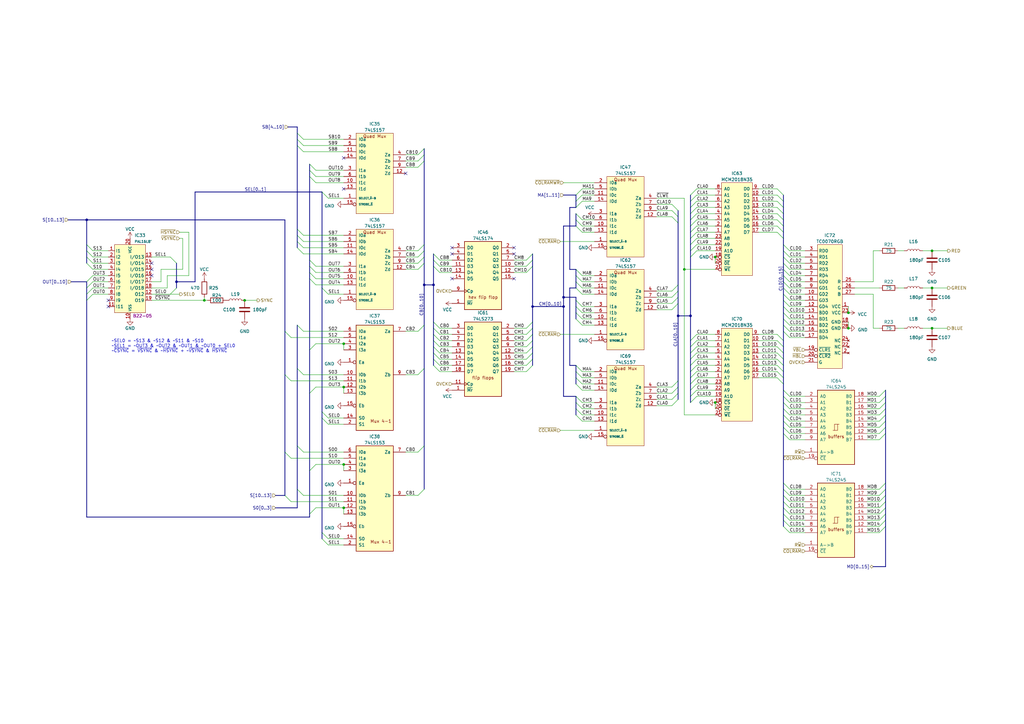
<source format=kicad_sch>
(kicad_sch (version 20230121) (generator eeschema)
  (paper "A3")
  (title_block (title "Rainbow Islands Extra") (date "2023-06-13") (company "Taito K1100319A") (comment 1 "Ulf Skutnabba, twitter: @skutis77"))
  (junction (at 382.27 134.62))
  (junction (at 173.99 116.84))
  (junction (at 218.44 125.73))
  (junction (at 231.14 125.73))
  (junction (at 72.39 115.57))
  (junction (at 100.33 123.19))
  (junction (at 177.8 116.84))
  (junction (at 293.37 165.1))
  (junction (at 140.97 158.75))
  (junction (at 382.27 102.87))
  (junction (at 347.98 134.62))
  (junction (at 231.14 121.92))
  (junction (at 278.13 129.54))
  (junction (at 382.27 118.11))
  (junction (at 140.97 190.5))
  (junction (at 347.98 128.27))
  (junction (at 35.56 90.17))
  (junction (at 283.21 129.54))
  (junction (at 140.97 208.28))
  (junction (at 280.67 110.49))
  (junction (at 83.82 123.19))
  (junction (at 293.37 105.41))
  (junction (at 140.97 140.97))
  (no_connect (at 62.23 110.49))
  (no_connect (at 185.42 101.6))
  (no_connect (at 140.97 77.47))
  (no_connect (at 185.42 104.14))
  (no_connect (at 140.97 64.77))
  (no_connect (at 210.82 101.6))
  (no_connect (at 210.82 104.14))
  (no_connect (at 44.45 125.73))
  (no_connect (at 166.37 71.12))
  (no_connect (at 62.23 107.95))
  (no_connect (at 62.23 113.03))
  (no_connect (at 185.42 114.3))
  (no_connect (at 44.45 123.19))
  (no_connect (at 210.82 114.3))
  (bus_entry (at 236.22 115.57) (size 2.54 2.54))
  (bus_entry (at 318.77 77.47) (size 2.54 2.54))
  (bus_entry (at 127 143.51) (size 2.54 -2.54))
  (bus_entry (at 127 161.29) (size 2.54 -2.54))
  (bus_entry (at 69.85 120.65) (size 2.54 -2.54))
  (bus_entry (at 321.31 120.65) (size 2.54 2.54))
  (bus_entry (at 35.56 100.33) (size 2.54 2.54))
  (bus_entry (at 318.77 80.01) (size 2.54 2.54))
  (bus_entry (at 127 210.82) (size 2.54 -2.54))
  (bus_entry (at 121.92 182.88) (size 2.54 2.54))
  (bus_entry (at 275.59 127) (size 2.54 -2.54))
  (bus_entry (at 177.8 144.78) (size 2.54 2.54))
  (bus_entry (at 283.21 139.7) (size 2.54 -2.54))
  (bus_entry (at 236.22 87.63) (size 2.54 2.54))
  (bus_entry (at 171.45 66.04) (size 2.54 -2.54))
  (bus_entry (at 171.45 107.95) (size 2.54 -2.54))
  (bus_entry (at 35.56 105.41) (size 2.54 2.54))
  (bus_entry (at 321.31 123.19) (size 2.54 2.54))
  (bus_entry (at 321.31 205.74) (size 2.54 2.54))
  (bus_entry (at 283.21 147.32) (size 2.54 -2.54))
  (bus_entry (at 177.8 142.24) (size 2.54 2.54))
  (bus_entry (at 321.31 170.18) (size 2.54 2.54))
  (bus_entry (at 321.31 135.89) (size 2.54 2.54))
  (bus_entry (at 283.21 82.55) (size 2.54 -2.54))
  (bus_entry (at 321.31 107.95) (size 2.54 2.54))
  (bus_entry (at 318.77 87.63) (size 2.54 2.54))
  (bus_entry (at 275.59 158.75) (size 2.54 -2.54))
  (bus_entry (at 177.8 109.22) (size 2.54 2.54))
  (bus_entry (at 236.22 154.94) (size 2.54 2.54))
  (bus_entry (at 318.77 144.78) (size 2.54 2.54))
  (bus_entry (at 121.92 54.61) (size 2.54 2.54))
  (bus_entry (at 275.59 163.83) (size 2.54 -2.54))
  (bus_entry (at 177.8 137.16) (size 2.54 2.54))
  (bus_entry (at 177.8 149.86) (size 2.54 2.54))
  (bus_entry (at 321.31 128.27) (size 2.54 2.54))
  (bus_entry (at 127 67.31) (size 2.54 2.54))
  (bus_entry (at 318.77 142.24) (size 2.54 2.54))
  (bus_entry (at 283.21 97.79) (size 2.54 -2.54))
  (bus_entry (at 321.31 105.41) (size 2.54 2.54))
  (bus_entry (at 321.31 110.49) (size 2.54 2.54))
  (bus_entry (at 275.59 119.38) (size 2.54 -2.54))
  (bus_entry (at 171.45 153.67) (size 2.54 -2.54))
  (bus_entry (at 236.22 149.86) (size 2.54 2.54))
  (bus_entry (at 236.22 80.01) (size 2.54 -2.54))
  (bus_entry (at 236.22 170.18) (size 2.54 2.54))
  (bus_entry (at 321.31 200.66) (size 2.54 2.54))
  (bus_entry (at 283.21 80.01) (size 2.54 -2.54))
  (bus_entry (at 283.21 142.24) (size 2.54 -2.54))
  (bus_entry (at 321.31 210.82) (size 2.54 2.54))
  (bus_entry (at 360.68 210.82) (size 2.54 -2.54))
  (bus_entry (at 360.68 218.44) (size 2.54 -2.54))
  (bus_entry (at 360.68 213.36) (size 2.54 -2.54))
  (bus_entry (at 283.21 165.1) (size 2.54 -2.54))
  (bus_entry (at 321.31 100.33) (size 2.54 2.54))
  (bus_entry (at 215.9 134.62) (size 2.54 -2.54))
  (bus_entry (at 121.92 133.35) (size 2.54 2.54))
  (bus_entry (at 132.08 220.98) (size 2.54 2.54))
  (bus_entry (at 35.56 115.57) (size 2.54 -2.54))
  (bus_entry (at 360.68 177.8) (size 2.54 -2.54))
  (bus_entry (at 236.22 167.64) (size 2.54 2.54))
  (bus_entry (at 360.68 175.26) (size 2.54 -2.54))
  (bus_entry (at 35.56 123.19) (size 2.54 -2.54))
  (bus_entry (at 283.21 157.48) (size 2.54 -2.54))
  (bus_entry (at 121.92 101.6) (size 2.54 2.54))
  (bus_entry (at 171.45 110.49) (size 2.54 -2.54))
  (bus_entry (at 321.31 165.1) (size 2.54 2.54))
  (bus_entry (at 215.9 109.22) (size 2.54 -2.54))
  (bus_entry (at 275.59 166.37) (size 2.54 -2.54))
  (bus_entry (at 171.45 203.2) (size 2.54 -2.54))
  (bus_entry (at 177.8 147.32) (size 2.54 2.54))
  (bus_entry (at 171.45 102.87) (size 2.54 -2.54))
  (bus_entry (at 321.31 203.2) (size 2.54 2.54))
  (bus_entry (at 215.9 144.78) (size 2.54 -2.54))
  (bus_entry (at 321.31 125.73) (size 2.54 2.54))
  (bus_entry (at 127 72.39) (size 2.54 2.54))
  (bus_entry (at 321.31 113.03) (size 2.54 2.54))
  (bus_entry (at 283.21 105.41) (size 2.54 -2.54))
  (bus_entry (at 121.92 99.06) (size 2.54 2.54))
  (bus_entry (at 132.08 218.44) (size 2.54 2.54))
  (bus_entry (at 321.31 213.36) (size 2.54 2.54))
  (bus_entry (at 236.22 85.09) (size 2.54 -2.54))
  (bus_entry (at 116.84 203.2) (size 2.54 2.54))
  (bus_entry (at 321.31 177.8) (size 2.54 2.54))
  (bus_entry (at 283.21 160.02) (size 2.54 -2.54))
  (bus_entry (at 360.68 180.34) (size 2.54 -2.54))
  (bus_entry (at 132.08 118.11) (size 2.54 2.54))
  (bus_entry (at 215.9 111.76) (size 2.54 -2.54))
  (bus_entry (at 236.22 152.4) (size 2.54 2.54))
  (bus_entry (at 321.31 167.64) (size 2.54 2.54))
  (bus_entry (at 177.8 139.7) (size 2.54 2.54))
  (bus_entry (at 121.92 151.13) (size 2.54 2.54))
  (bus_entry (at 177.8 106.68) (size 2.54 2.54))
  (bus_entry (at 127 69.85) (size 2.54 2.54))
  (bus_entry (at 171.45 185.42) (size 2.54 -2.54))
  (bus_entry (at 283.21 87.63) (size 2.54 -2.54))
  (bus_entry (at 236.22 128.27) (size 2.54 2.54))
  (bus_entry (at 35.56 118.11) (size 2.54 -2.54))
  (bus_entry (at 318.77 152.4) (size 2.54 2.54))
  (bus_entry (at 318.77 139.7) (size 2.54 2.54))
  (bus_entry (at 318.77 154.94) (size 2.54 2.54))
  (bus_entry (at 215.9 137.16) (size 2.54 -2.54))
  (bus_entry (at 236.22 130.81) (size 2.54 2.54))
  (bus_entry (at 121.92 59.69) (size 2.54 2.54))
  (bus_entry (at 318.77 85.09) (size 2.54 2.54))
  (bus_entry (at 321.31 102.87) (size 2.54 2.54))
  (bus_entry (at 177.8 134.62) (size 2.54 2.54))
  (bus_entry (at 318.77 147.32) (size 2.54 2.54))
  (bus_entry (at 360.68 208.28) (size 2.54 -2.54))
  (bus_entry (at 275.59 86.36) (size 2.54 2.54))
  (bus_entry (at 127 106.68) (size 2.54 2.54))
  (bus_entry (at 360.68 172.72) (size 2.54 -2.54))
  (bus_entry (at 35.56 120.65) (size 2.54 -2.54))
  (bus_entry (at 318.77 149.86) (size 2.54 2.54))
  (bus_entry (at 360.68 167.64) (size 2.54 -2.54))
  (bus_entry (at 275.59 83.82) (size 2.54 2.54))
  (bus_entry (at 236.22 82.55) (size 2.54 -2.54))
  (bus_entry (at 275.59 161.29) (size 2.54 -2.54))
  (bus_entry (at 177.8 104.14) (size 2.54 2.54))
  (bus_entry (at 236.22 118.11) (size 2.54 2.54))
  (bus_entry (at 127 111.76) (size 2.54 2.54))
  (bus_entry (at 321.31 160.02) (size 2.54 2.54))
  (bus_entry (at 132.08 78.74) (size 2.54 2.54))
  (bus_entry (at 283.21 85.09) (size 2.54 -2.54))
  (bus_entry (at 321.31 130.81) (size 2.54 2.54))
  (bus_entry (at 318.77 82.55) (size 2.54 2.54))
  (bus_entry (at 283.21 162.56) (size 2.54 -2.54))
  (bus_entry (at 318.77 95.25) (size 2.54 2.54))
  (bus_entry (at 171.45 135.89) (size 2.54 -2.54))
  (bus_entry (at 360.68 215.9) (size 2.54 -2.54))
  (bus_entry (at 236.22 92.71) (size 2.54 2.54))
  (bus_entry (at 127 109.22) (size 2.54 2.54))
  (bus_entry (at 321.31 198.12) (size 2.54 2.54))
  (bus_entry (at 283.21 92.71) (size 2.54 -2.54))
  (bus_entry (at 275.59 88.9) (size 2.54 2.54))
  (bus_entry (at 171.45 63.5) (size 2.54 -2.54))
  (bus_entry (at 321.31 175.26) (size 2.54 2.54))
  (bus_entry (at 215.9 152.4) (size 2.54 -2.54))
  (bus_entry (at 360.68 205.74) (size 2.54 -2.54))
  (bus_entry (at 321.31 162.56) (size 2.54 2.54))
  (bus_entry (at 215.9 142.24) (size 2.54 -2.54))
  (bus_entry (at 321.31 172.72) (size 2.54 2.54))
  (bus_entry (at 321.31 133.35) (size 2.54 2.54))
  (bus_entry (at 177.8 132.08) (size 2.54 2.54))
  (bus_entry (at 215.9 147.32) (size 2.54 -2.54))
  (bus_entry (at 318.77 92.71) (size 2.54 2.54))
  (bus_entry (at 121.92 200.66) (size 2.54 2.54))
  (bus_entry (at 121.92 57.15) (size 2.54 2.54))
  (bus_entry (at 236.22 113.03) (size 2.54 2.54))
  (bus_entry (at 360.68 203.2) (size 2.54 -2.54))
  (bus_entry (at 236.22 165.1) (size 2.54 2.54))
  (bus_entry (at 318.77 137.16) (size 2.54 2.54))
  (bus_entry (at 283.21 90.17) (size 2.54 -2.54))
  (bus_entry (at 69.85 105.41) (size 2.54 2.54))
  (bus_entry (at 283.21 95.25) (size 2.54 -2.54))
  (bus_entry (at 236.22 157.48) (size 2.54 2.54))
  (bus_entry (at 116.84 185.42) (size 2.54 2.54))
  (bus_entry (at 283.21 149.86) (size 2.54 -2.54))
  (bus_entry (at 116.84 153.67) (size 2.54 2.54))
  (bus_entry (at 132.08 171.45) (size 2.54 2.54))
  (bus_entry (at 360.68 170.18) (size 2.54 -2.54))
  (bus_entry (at 283.21 144.78) (size 2.54 -2.54))
  (bus_entry (at 236.22 90.17) (size 2.54 2.54))
  (bus_entry (at 321.31 115.57) (size 2.54 2.54))
  (bus_entry (at 121.92 96.52) (size 2.54 2.54))
  (bus_entry (at 121.92 93.98) (size 2.54 2.54))
  (bus_entry (at 236.22 110.49) (size 2.54 2.54))
  (bus_entry (at 35.56 107.95) (size 2.54 2.54))
  (bus_entry (at 283.21 100.33) (size 2.54 -2.54))
  (bus_entry (at 321.31 118.11) (size 2.54 2.54))
  (bus_entry (at 321.31 208.28) (size 2.54 2.54))
  (bus_entry (at 215.9 139.7) (size 2.54 -2.54))
  (bus_entry (at 283.21 102.87) (size 2.54 -2.54))
  (bus_entry (at 132.08 168.91) (size 2.54 2.54))
  (bus_entry (at 236.22 125.73) (size 2.54 2.54))
  (bus_entry (at 360.68 165.1) (size 2.54 -2.54))
  (bus_entry (at 116.84 135.89) (size 2.54 2.54))
  (bus_entry (at 127 114.3) (size 2.54 2.54))
  (bus_entry (at 35.56 102.87) (size 2.54 2.54))
  (bus_entry (at 283.21 154.94) (size 2.54 -2.54))
  (bus_entry (at 318.77 90.17) (size 2.54 2.54))
  (bus_entry (at 321.31 215.9) (size 2.54 2.54))
  (bus_entry (at 283.21 152.4) (size 2.54 -2.54))
  (bus_entry (at 275.59 124.46) (size 2.54 -2.54))
  (bus_entry (at 360.68 162.56) (size 2.54 -2.54))
  (bus_entry (at 171.45 105.41) (size 2.54 -2.54))
  (bus_entry (at 236.22 162.56) (size 2.54 2.54))
  (bus_entry (at 171.45 68.58) (size 2.54 -2.54))
  (bus_entry (at 215.9 149.86) (size 2.54 -2.54))
  (bus_entry (at 215.9 106.68) (size 2.54 -2.54))
  (bus_entry (at 236.22 123.19) (size 2.54 2.54))
  (bus_entry (at 360.68 200.66) (size 2.54 -2.54))
  (bus_entry (at 127 193.04) (size 2.54 -2.54))
  (bus_entry (at 275.59 121.92) (size 2.54 -2.54))
  (wire (pts (xy 355.6 175.26) (xy 360.68 175.26)))
  (wire (pts (xy 62.23 105.41) (xy 69.85 105.41)))
  (bus (pts (xy 132.08 118.11) (xy 132.08 168.91)))
  (bus (pts (xy 321.31 102.87) (xy 321.31 105.41)))
  (wire (pts (xy 210.82 111.76) (xy 215.9 111.76)))
  (bus (pts (xy 177.8 134.62) (xy 177.8 137.16)))
  (wire (pts (xy 311.15 149.86) (xy 318.77 149.86)))
  (wire (pts (xy 238.76 154.94) (xy 243.84 154.94)))
  (bus (pts (xy 321.31 162.56) (xy 321.31 165.1)))
  (bus (pts (xy 118.11 52.07) (xy 121.92 52.07)))
  (bus (pts (xy 278.13 121.92) (xy 278.13 124.46)))
  (wire (pts (xy 269.24 81.28) (xy 280.67 81.28)))
  (wire (pts (xy 180.34 144.78) (xy 185.42 144.78)))
  (bus (pts (xy 218.44 134.62) (xy 218.44 137.16)))
  (bus (pts (xy 236.22 125.73) (xy 236.22 128.27)))
  (wire (pts (xy 293.37 105.41) (xy 293.37 107.95)))
  (wire (pts (xy 355.6 180.34) (xy 360.68 180.34)))
  (bus (pts (xy 321.31 118.11) (xy 321.31 120.65)))
  (wire (pts (xy 285.75 139.7) (xy 293.37 139.7)))
  (bus (pts (xy 363.22 165.1) (xy 363.22 167.64)))
  (wire (pts (xy 134.62 220.98) (xy 140.97 220.98)))
  (bus (pts (xy 132.08 168.91) (xy 132.08 171.45)))
  (wire (pts (xy 74.93 110.49) (xy 74.93 97.79)))
  (wire (pts (xy 77.47 113.03) (xy 77.47 95.25)))
  (bus (pts (xy 363.22 213.36) (xy 363.22 215.9)))
  (wire (pts (xy 166.37 110.49) (xy 171.45 110.49)))
  (wire (pts (xy 311.15 142.24) (xy 318.77 142.24)))
  (wire (pts (xy 238.76 118.11) (xy 243.84 118.11)))
  (wire (pts (xy 210.82 149.86) (xy 215.9 149.86)))
  (wire (pts (xy 166.37 63.5) (xy 171.45 63.5)))
  (wire (pts (xy 311.15 92.71) (xy 318.77 92.71)))
  (bus (pts (xy 236.22 82.55) (xy 236.22 85.09)))
  (bus (pts (xy 321.31 128.27) (xy 321.31 130.81)))
  (wire (pts (xy 323.85 165.1) (xy 330.2 165.1)))
  (wire (pts (xy 180.34 149.86) (xy 185.42 149.86)))
  (wire (pts (xy 124.46 101.6) (xy 140.97 101.6)))
  (bus (pts (xy 35.56 123.19) (xy 35.56 212.09)))
  (wire (pts (xy 83.82 123.19) (xy 85.09 123.19)))
  (wire (pts (xy 166.37 102.87) (xy 171.45 102.87)))
  (bus (pts (xy 177.8 147.32) (xy 177.8 149.86)))
  (bus (pts (xy 177.8 109.22) (xy 177.8 116.84)))
  (wire (pts (xy 360.68 102.87) (xy 358.14 102.87)))
  (wire (pts (xy 38.1 105.41) (xy 44.45 105.41)))
  (wire (pts (xy 355.6 170.18) (xy 360.68 170.18)))
  (wire (pts (xy 285.75 154.94) (xy 293.37 154.94)))
  (wire (pts (xy 229.87 137.16) (xy 243.84 137.16)))
  (wire (pts (xy 124.46 99.06) (xy 140.97 99.06)))
  (bus (pts (xy 127 69.85) (xy 127 72.39)))
  (bus (pts (xy 218.44 106.68) (xy 218.44 109.22)))
  (wire (pts (xy 166.37 105.41) (xy 171.45 105.41)))
  (bus (pts (xy 218.44 132.08) (xy 218.44 134.62)))
  (wire (pts (xy 269.24 86.36) (xy 275.59 86.36)))
  (bus (pts (xy 35.56 115.57) (xy 35.56 118.11)))
  (wire (pts (xy 129.54 208.28) (xy 140.97 208.28)))
  (wire (pts (xy 355.6 200.66) (xy 360.68 200.66)))
  (bus (pts (xy 358.14 232.41) (xy 363.22 232.41)))
  (wire (pts (xy 140.97 208.28) (xy 140.97 210.82)))
  (wire (pts (xy 311.15 147.32) (xy 318.77 147.32)))
  (bus (pts (xy 236.22 149.86) (xy 233.68 149.86)))
  (wire (pts (xy 382.27 118.11) (xy 388.62 118.11)))
  (wire (pts (xy 124.46 185.42) (xy 140.97 185.42)))
  (bus (pts (xy 116.84 135.89) (xy 116.84 90.17)))
  (wire (pts (xy 323.85 133.35) (xy 330.2 133.35)))
  (wire (pts (xy 180.34 139.7) (xy 185.42 139.7)))
  (wire (pts (xy 38.1 113.03) (xy 44.45 113.03)))
  (wire (pts (xy 66.04 110.49) (xy 74.93 110.49)))
  (bus (pts (xy 363.22 203.2) (xy 363.22 205.74)))
  (bus (pts (xy 321.31 147.32) (xy 321.31 149.86)))
  (bus (pts (xy 278.13 91.44) (xy 278.13 116.84)))
  (wire (pts (xy 323.85 128.27) (xy 330.2 128.27)))
  (wire (pts (xy 280.67 110.49) (xy 280.67 170.18)))
  (wire (pts (xy 124.46 59.69) (xy 140.97 59.69)))
  (bus (pts (xy 283.21 97.79) (xy 283.21 100.33)))
  (bus (pts (xy 321.31 107.95) (xy 321.31 110.49)))
  (wire (pts (xy 323.85 138.43) (xy 330.2 138.43)))
  (wire (pts (xy 229.87 176.53) (xy 243.84 176.53)))
  (bus (pts (xy 236.22 113.03) (xy 236.22 115.57)))
  (wire (pts (xy 323.85 135.89) (xy 330.2 135.89)))
  (wire (pts (xy 134.62 81.28) (xy 140.97 81.28)))
  (wire (pts (xy 382.27 102.87) (xy 378.46 102.87)))
  (bus (pts (xy 173.99 133.35) (xy 173.99 151.13)))
  (bus (pts (xy 177.8 144.78) (xy 177.8 147.32)))
  (bus (pts (xy 278.13 119.38) (xy 278.13 121.92)))
  (bus (pts (xy 236.22 110.49) (xy 236.22 113.03)))
  (wire (pts (xy 311.15 82.55) (xy 318.77 82.55)))
  (bus (pts (xy 278.13 116.84) (xy 278.13 119.38)))
  (bus (pts (xy 236.22 149.86) (xy 236.22 152.4)))
  (wire (pts (xy 358.14 120.65) (xy 358.14 134.62)))
  (bus (pts (xy 321.31 87.63) (xy 321.31 90.17)))
  (bus (pts (xy 363.22 172.72) (xy 363.22 175.26)))
  (wire (pts (xy 285.75 152.4) (xy 293.37 152.4)))
  (wire (pts (xy 129.54 74.93) (xy 140.97 74.93)))
  (bus (pts (xy 321.31 105.41) (xy 321.31 107.95)))
  (wire (pts (xy 238.76 160.02) (xy 243.84 160.02)))
  (wire (pts (xy 180.34 137.16) (xy 185.42 137.16)))
  (wire (pts (xy 368.3 118.11) (xy 370.84 118.11)))
  (wire (pts (xy 355.6 213.36) (xy 360.68 213.36)))
  (bus (pts (xy 218.44 139.7) (xy 218.44 142.24)))
  (bus (pts (xy 173.99 100.33) (xy 173.99 102.87)))
  (wire (pts (xy 238.76 95.25) (xy 243.84 95.25)))
  (bus (pts (xy 218.44 144.78) (xy 218.44 147.32)))
  (wire (pts (xy 238.76 170.18) (xy 243.84 170.18)))
  (wire (pts (xy 134.62 173.99) (xy 140.97 173.99)))
  (bus (pts (xy 283.21 85.09) (xy 283.21 87.63)))
  (bus (pts (xy 321.31 205.74) (xy 321.31 208.28)))
  (bus (pts (xy 236.22 167.64) (xy 236.22 170.18)))
  (bus (pts (xy 127 106.68) (xy 127 109.22)))
  (wire (pts (xy 68.58 118.11) (xy 68.58 113.03)))
  (bus (pts (xy 173.99 116.84) (xy 173.99 133.35)))
  (wire (pts (xy 323.85 110.49) (xy 330.2 110.49)))
  (bus (pts (xy 321.31 142.24) (xy 321.31 144.78)))
  (bus (pts (xy 283.21 144.78) (xy 283.21 147.32)))
  (wire (pts (xy 129.54 158.75) (xy 140.97 158.75)))
  (bus (pts (xy 321.31 97.79) (xy 321.31 100.33)))
  (bus (pts (xy 121.92 52.07) (xy 121.92 54.61)))
  (wire (pts (xy 124.46 96.52) (xy 140.97 96.52)))
  (bus (pts (xy 132.08 171.45) (xy 132.08 218.44)))
  (bus (pts (xy 236.22 123.19) (xy 236.22 125.73)))
  (wire (pts (xy 285.75 157.48) (xy 293.37 157.48)))
  (wire (pts (xy 323.85 167.64) (xy 330.2 167.64)))
  (bus (pts (xy 233.68 118.11) (xy 236.22 118.11)))
  (wire (pts (xy 285.75 100.33) (xy 293.37 100.33)))
  (bus (pts (xy 113.03 208.28) (xy 121.92 208.28)))
  (bus (pts (xy 283.21 149.86) (xy 283.21 152.4)))
  (wire (pts (xy 124.46 57.15) (xy 140.97 57.15)))
  (wire (pts (xy 238.76 125.73) (xy 243.84 125.73)))
  (bus (pts (xy 363.22 200.66) (xy 363.22 203.2)))
  (bus (pts (xy 321.31 203.2) (xy 321.31 205.74)))
  (wire (pts (xy 119.38 205.74) (xy 140.97 205.74)))
  (bus (pts (xy 283.21 129.54) (xy 283.21 139.7)))
  (bus (pts (xy 127 143.51) (xy 127 161.29)))
  (wire (pts (xy 311.15 152.4) (xy 318.77 152.4)))
  (bus (pts (xy 283.21 142.24) (xy 283.21 144.78)))
  (wire (pts (xy 210.82 134.62) (xy 215.9 134.62)))
  (bus (pts (xy 283.21 152.4) (xy 283.21 154.94)))
  (bus (pts (xy 218.44 147.32) (xy 218.44 149.86)))
  (wire (pts (xy 323.85 213.36) (xy 330.2 213.36)))
  (bus (pts (xy 127 67.31) (xy 127 69.85)))
  (bus (pts (xy 116.84 185.42) (xy 116.84 153.67)))
  (wire (pts (xy 140.97 158.75) (xy 140.97 161.29)))
  (bus (pts (xy 363.22 167.64) (xy 363.22 170.18)))
  (bus (pts (xy 236.22 162.56) (xy 236.22 165.1)))
  (bus (pts (xy 321.31 95.25) (xy 321.31 97.79)))
  (bus (pts (xy 233.68 85.09) (xy 236.22 85.09)))
  (bus (pts (xy 321.31 208.28) (xy 321.31 210.82)))
  (wire (pts (xy 124.46 153.67) (xy 140.97 153.67)))
  (wire (pts (xy 280.67 110.49) (xy 293.37 110.49)))
  (bus (pts (xy 321.31 165.1) (xy 321.31 167.64)))
  (bus (pts (xy 121.92 59.69) (xy 121.92 93.98)))
  (wire (pts (xy 323.85 118.11) (xy 330.2 118.11)))
  (wire (pts (xy 238.76 165.1) (xy 243.84 165.1)))
  (wire (pts (xy 166.37 68.58) (xy 171.45 68.58)))
  (wire (pts (xy 323.85 162.56) (xy 330.2 162.56)))
  (bus (pts (xy 132.08 218.44) (xy 132.08 220.98)))
  (wire (pts (xy 238.76 92.71) (xy 243.84 92.71)))
  (bus (pts (xy 321.31 157.48) (xy 321.31 160.02)))
  (bus (pts (xy 121.92 200.66) (xy 121.92 208.28)))
  (bus (pts (xy 121.92 182.88) (xy 121.92 200.66)))
  (wire (pts (xy 140.97 140.97) (xy 140.97 143.51)))
  (wire (pts (xy 311.15 144.78) (xy 318.77 144.78)))
  (wire (pts (xy 269.24 163.83) (xy 275.59 163.83)))
  (wire (pts (xy 323.85 120.65) (xy 330.2 120.65)))
  (bus (pts (xy 132.08 78.74) (xy 132.08 118.11)))
  (wire (pts (xy 285.75 90.17) (xy 293.37 90.17)))
  (wire (pts (xy 355.6 208.28) (xy 360.68 208.28)))
  (bus (pts (xy 283.21 90.17) (xy 283.21 92.71)))
  (bus (pts (xy 236.22 152.4) (xy 236.22 154.94)))
  (wire (pts (xy 238.76 90.17) (xy 243.84 90.17)))
  (wire (pts (xy 129.54 140.97) (xy 140.97 140.97)))
  (bus (pts (xy 173.99 63.5) (xy 173.99 66.04)))
  (bus (pts (xy 121.92 151.13) (xy 121.92 182.88)))
  (wire (pts (xy 166.37 185.42) (xy 171.45 185.42)))
  (wire (pts (xy 269.24 88.9) (xy 275.59 88.9)))
  (wire (pts (xy 166.37 107.95) (xy 171.45 107.95)))
  (bus (pts (xy 80.01 78.74) (xy 80.01 115.57)))
  (bus (pts (xy 177.8 139.7) (xy 177.8 142.24)))
  (wire (pts (xy 323.85 107.95) (xy 330.2 107.95)))
  (bus (pts (xy 35.56 105.41) (xy 35.56 107.95)))
  (wire (pts (xy 166.37 153.67) (xy 171.45 153.67)))
  (bus (pts (xy 173.99 66.04) (xy 173.99 100.33)))
  (bus (pts (xy 236.22 110.49) (xy 233.68 110.49)))
  (wire (pts (xy 323.85 218.44) (xy 330.2 218.44)))
  (wire (pts (xy 38.1 120.65) (xy 44.45 120.65)))
  (bus (pts (xy 278.13 161.29) (xy 278.13 163.83)))
  (wire (pts (xy 180.34 106.68) (xy 185.42 106.68)))
  (wire (pts (xy 269.24 124.46) (xy 275.59 124.46)))
  (wire (pts (xy 129.54 116.84) (xy 140.97 116.84)))
  (wire (pts (xy 311.15 95.25) (xy 318.77 95.25)))
  (bus (pts (xy 127 161.29) (xy 127 193.04)))
  (wire (pts (xy 323.85 215.9) (xy 330.2 215.9)))
  (wire (pts (xy 62.23 115.57) (xy 66.04 115.57)))
  (wire (pts (xy 323.85 170.18) (xy 330.2 170.18)))
  (bus (pts (xy 363.22 162.56) (xy 363.22 165.1)))
  (bus (pts (xy 121.92 54.61) (xy 121.92 57.15)))
  (bus (pts (xy 177.8 132.08) (xy 177.8 134.62)))
  (wire (pts (xy 285.75 80.01) (xy 293.37 80.01)))
  (wire (pts (xy 38.1 115.57) (xy 44.45 115.57)))
  (wire (pts (xy 238.76 80.01) (xy 243.84 80.01)))
  (wire (pts (xy 129.54 72.39) (xy 140.97 72.39)))
  (wire (pts (xy 355.6 210.82) (xy 360.68 210.82)))
  (bus (pts (xy 321.31 149.86) (xy 321.31 152.4)))
  (wire (pts (xy 62.23 118.11) (xy 68.58 118.11)))
  (bus (pts (xy 321.31 152.4) (xy 321.31 154.94)))
  (wire (pts (xy 323.85 105.41) (xy 330.2 105.41)))
  (bus (pts (xy 236.22 121.92) (xy 236.22 123.19)))
  (wire (pts (xy 269.24 127) (xy 275.59 127)))
  (wire (pts (xy 166.37 203.2) (xy 171.45 203.2)))
  (bus (pts (xy 236.22 128.27) (xy 236.22 130.81)))
  (bus (pts (xy 177.8 137.16) (xy 177.8 139.7)))
  (wire (pts (xy 311.15 139.7) (xy 318.77 139.7)))
  (wire (pts (xy 269.24 121.92) (xy 275.59 121.92)))
  (wire (pts (xy 100.33 123.19) (xy 105.41 123.19)))
  (bus (pts (xy 72.39 107.95) (xy 72.39 115.57)))
  (bus (pts (xy 283.21 80.01) (xy 283.21 82.55)))
  (bus (pts (xy 218.44 125.73) (xy 231.14 125.73)))
  (wire (pts (xy 347.98 125.73) (xy 347.98 128.27)))
  (wire (pts (xy 238.76 77.47) (xy 243.84 77.47)))
  (wire (pts (xy 238.76 130.81) (xy 243.84 130.81)))
  (wire (pts (xy 311.15 90.17) (xy 318.77 90.17)))
  (bus (pts (xy 127 114.3) (xy 127 143.51)))
  (wire (pts (xy 210.82 147.32) (xy 215.9 147.32)))
  (wire (pts (xy 355.6 167.64) (xy 360.68 167.64)))
  (bus (pts (xy 236.22 162.56) (xy 231.14 162.56)))
  (bus (pts (xy 116.84 153.67) (xy 116.84 135.89)))
  (wire (pts (xy 323.85 200.66) (xy 330.2 200.66)))
  (wire (pts (xy 323.85 180.34) (xy 330.2 180.34)))
  (wire (pts (xy 285.75 137.16) (xy 293.37 137.16)))
  (bus (pts (xy 127 210.82) (xy 127 212.09)))
  (wire (pts (xy 355.6 215.9) (xy 360.68 215.9)))
  (bus (pts (xy 321.31 123.19) (xy 321.31 125.73)))
  (bus (pts (xy 321.31 110.49) (xy 321.31 113.03)))
  (bus (pts (xy 173.99 102.87) (xy 173.99 105.41)))
  (bus (pts (xy 283.21 157.48) (xy 283.21 160.02)))
  (bus (pts (xy 363.22 175.26) (xy 363.22 177.8)))
  (bus (pts (xy 321.31 175.26) (xy 321.31 177.8)))
  (wire (pts (xy 382.27 118.11) (xy 378.46 118.11)))
  (wire (pts (xy 62.23 123.19) (xy 83.82 123.19)))
  (bus (pts (xy 363.22 208.28) (xy 363.22 210.82)))
  (bus (pts (xy 233.68 149.86) (xy 233.68 118.11)))
  (wire (pts (xy 269.24 166.37) (xy 275.59 166.37)))
  (bus (pts (xy 173.99 151.13) (xy 173.99 182.88)))
  (wire (pts (xy 77.47 95.25) (xy 73.66 95.25)))
  (wire (pts (xy 119.38 138.43) (xy 140.97 138.43)))
  (wire (pts (xy 119.38 156.21) (xy 140.97 156.21)))
  (bus (pts (xy 27.94 90.17) (xy 35.56 90.17)))
  (bus (pts (xy 121.92 93.98) (xy 121.92 96.52)))
  (wire (pts (xy 124.46 104.14) (xy 140.97 104.14)))
  (wire (pts (xy 285.75 82.55) (xy 293.37 82.55)))
  (wire (pts (xy 358.14 120.65) (xy 350.52 120.65)))
  (bus (pts (xy 283.21 162.56) (xy 283.21 165.1)))
  (bus (pts (xy 177.8 104.14) (xy 177.8 106.68)))
  (bus (pts (xy 236.22 115.57) (xy 236.22 118.11)))
  (wire (pts (xy 323.85 123.19) (xy 330.2 123.19)))
  (wire (pts (xy 180.34 134.62) (xy 185.42 134.62)))
  (wire (pts (xy 382.27 134.62) (xy 378.46 134.62)))
  (wire (pts (xy 269.24 83.82) (xy 275.59 83.82)))
  (bus (pts (xy 35.56 212.09) (xy 127 212.09)))
  (bus (pts (xy 321.31 172.72) (xy 321.31 175.26)))
  (wire (pts (xy 347.98 132.08) (xy 347.98 134.62)))
  (bus (pts (xy 236.22 165.1) (xy 236.22 167.64)))
  (bus (pts (xy 283.21 147.32) (xy 283.21 149.86)))
  (bus (pts (xy 283.21 82.55) (xy 283.21 85.09)))
  (wire (pts (xy 83.82 121.92) (xy 83.82 123.19)))
  (wire (pts (xy 311.15 87.63) (xy 318.77 87.63)))
  (bus (pts (xy 321.31 133.35) (xy 321.31 135.89)))
  (wire (pts (xy 382.27 134.62) (xy 388.62 134.62)))
  (bus (pts (xy 321.31 160.02) (xy 321.31 162.56)))
  (bus (pts (xy 173.99 60.96) (xy 173.99 63.5)))
  (bus (pts (xy 321.31 125.73) (xy 321.31 128.27)))
  (bus (pts (xy 278.13 156.21) (xy 278.13 158.75)))
  (wire (pts (xy 210.82 106.68) (xy 215.9 106.68)))
  (bus (pts (xy 321.31 200.66) (xy 321.31 203.2)))
  (bus (pts (xy 127 109.22) (xy 127 111.76)))
  (wire (pts (xy 323.85 130.81) (xy 330.2 130.81)))
  (wire (pts (xy 140.97 190.5) (xy 140.97 193.04)))
  (wire (pts (xy 323.85 115.57) (xy 330.2 115.57)))
  (bus (pts (xy 127 72.39) (xy 127 106.68)))
  (wire (pts (xy 238.76 157.48) (xy 243.84 157.48)))
  (wire (pts (xy 285.75 95.25) (xy 293.37 95.25)))
  (bus (pts (xy 231.14 92.71) (xy 236.22 92.71)))
  (bus (pts (xy 236.22 154.94) (xy 236.22 157.48)))
  (wire (pts (xy 119.38 187.96) (xy 140.97 187.96)))
  (wire (pts (xy 238.76 172.72) (xy 243.84 172.72)))
  (bus (pts (xy 321.31 177.8) (xy 321.31 198.12)))
  (wire (pts (xy 124.46 62.23) (xy 140.97 62.23)))
  (wire (pts (xy 238.76 167.64) (xy 243.84 167.64)))
  (wire (pts (xy 210.82 137.16) (xy 215.9 137.16)))
  (bus (pts (xy 283.21 95.25) (xy 283.21 97.79)))
  (bus (pts (xy 231.14 125.73) (xy 231.14 121.92)))
  (wire (pts (xy 238.76 82.55) (xy 243.84 82.55)))
  (wire (pts (xy 285.75 144.78) (xy 293.37 144.78)))
  (bus (pts (xy 278.13 86.36) (xy 278.13 88.9)))
  (wire (pts (xy 323.85 172.72) (xy 330.2 172.72)))
  (bus (pts (xy 116.84 203.2) (xy 116.84 185.42)))
  (bus (pts (xy 321.31 85.09) (xy 321.31 87.63)))
  (wire (pts (xy 134.62 223.52) (xy 140.97 223.52)))
  (wire (pts (xy 285.75 92.71) (xy 293.37 92.71)))
  (bus (pts (xy 321.31 139.7) (xy 321.31 142.24)))
  (bus (pts (xy 283.21 102.87) (xy 283.21 105.41)))
  (bus (pts (xy 218.44 109.22) (xy 218.44 125.73)))
  (wire (pts (xy 238.76 128.27) (xy 243.84 128.27)))
  (wire (pts (xy 129.54 114.3) (xy 140.97 114.3)))
  (wire (pts (xy 382.27 102.87) (xy 388.62 102.87)))
  (wire (pts (xy 358.14 102.87) (xy 358.14 115.57)))
  (wire (pts (xy 238.76 133.35) (xy 243.84 133.35)))
  (wire (pts (xy 180.34 152.4) (xy 185.42 152.4)))
  (bus (pts (xy 321.31 115.57) (xy 321.31 118.11)))
  (wire (pts (xy 269.24 158.75) (xy 275.59 158.75)))
  (wire (pts (xy 285.75 77.47) (xy 293.37 77.47)))
  (wire (pts (xy 38.1 118.11) (xy 44.45 118.11)))
  (wire (pts (xy 231.14 74.93) (xy 243.84 74.93)))
  (wire (pts (xy 129.54 109.22) (xy 140.97 109.22)))
  (wire (pts (xy 355.6 205.74) (xy 360.68 205.74)))
  (wire (pts (xy 238.76 115.57) (xy 243.84 115.57)))
  (bus (pts (xy 113.03 203.2) (xy 116.84 203.2)))
  (bus (pts (xy 321.31 135.89) (xy 321.31 139.7)))
  (wire (pts (xy 355.6 172.72) (xy 360.68 172.72)))
  (bus (pts (xy 363.22 177.8) (xy 363.22 198.12)))
  (wire (pts (xy 180.34 142.24) (xy 185.42 142.24)))
  (bus (pts (xy 321.31 154.94) (xy 321.31 157.48)))
  (bus (pts (xy 321.31 82.55) (xy 321.31 85.09)))
  (bus (pts (xy 363.22 215.9) (xy 363.22 232.41)))
  (wire (pts (xy 238.76 113.03) (xy 243.84 113.03)))
  (wire (pts (xy 280.67 170.18) (xy 293.37 170.18)))
  (wire (pts (xy 285.75 160.02) (xy 293.37 160.02)))
  (wire (pts (xy 62.23 120.65) (xy 69.85 120.65)))
  (bus (pts (xy 321.31 198.12) (xy 321.31 200.66)))
  (wire (pts (xy 323.85 125.73) (xy 330.2 125.73)))
  (bus (pts (xy 231.14 125.73) (xy 231.14 162.56)))
  (bus (pts (xy 236.22 80.01) (xy 236.22 82.55)))
  (wire (pts (xy 73.66 97.79) (xy 74.93 97.79)))
  (wire (pts (xy 134.62 171.45) (xy 140.97 171.45)))
  (bus (pts (xy 127 193.04) (xy 127 210.82)))
  (wire (pts (xy 280.67 81.28) (xy 280.67 110.49)))
  (wire (pts (xy 68.58 113.03) (xy 77.47 113.03)))
  (bus (pts (xy 321.31 80.01) (xy 321.31 82.55)))
  (bus (pts (xy 278.13 158.75) (xy 278.13 161.29)))
  (wire (pts (xy 323.85 205.74) (xy 330.2 205.74)))
  (bus (pts (xy 278.13 124.46) (xy 278.13 129.54)))
  (wire (pts (xy 238.76 120.65) (xy 243.84 120.65)))
  (wire (pts (xy 285.75 85.09) (xy 293.37 85.09)))
  (wire (pts (xy 180.34 111.76) (xy 185.42 111.76)))
  (bus (pts (xy 233.68 110.49) (xy 233.68 85.09)))
  (wire (pts (xy 166.37 135.89) (xy 171.45 135.89)))
  (wire (pts (xy 323.85 203.2) (xy 330.2 203.2)))
  (bus (pts (xy 321.31 167.64) (xy 321.31 170.18)))
  (bus (pts (xy 218.44 137.16) (xy 218.44 139.7)))
  (bus (pts (xy 321.31 100.33) (xy 321.31 102.87)))
  (bus (pts (xy 278.13 129.54) (xy 283.21 129.54)))
  (wire (pts (xy 238.76 152.4) (xy 243.84 152.4)))
  (bus (pts (xy 231.14 121.92) (xy 231.14 92.71)))
  (wire (pts (xy 124.46 135.89) (xy 140.97 135.89)))
  (wire (pts (xy 124.46 203.2) (xy 140.97 203.2)))
  (bus (pts (xy 80.01 78.74) (xy 132.08 78.74)))
  (wire (pts (xy 269.24 161.29) (xy 275.59 161.29)))
  (wire (pts (xy 129.54 69.85) (xy 140.97 69.85)))
  (bus (pts (xy 121.92 96.52) (xy 121.92 99.06)))
  (bus (pts (xy 35.56 100.33) (xy 35.56 102.87)))
  (wire (pts (xy 323.85 102.87) (xy 330.2 102.87)))
  (bus (pts (xy 363.22 198.12) (xy 363.22 200.66)))
  (bus (pts (xy 173.99 116.84) (xy 177.8 116.84)))
  (wire (pts (xy 69.85 120.65) (xy 73.66 120.65)))
  (bus (pts (xy 127 111.76) (xy 127 114.3)))
  (bus (pts (xy 283.21 105.41) (xy 283.21 129.54)))
  (bus (pts (xy 321.31 144.78) (xy 321.31 147.32)))
  (wire (pts (xy 285.75 142.24) (xy 293.37 142.24)))
  (wire (pts (xy 323.85 113.03) (xy 330.2 113.03)))
  (wire (pts (xy 355.6 218.44) (xy 360.68 218.44)))
  (bus (pts (xy 321.31 213.36) (xy 321.31 215.9)))
  (wire (pts (xy 285.75 162.56) (xy 293.37 162.56)))
  (wire (pts (xy 285.75 147.32) (xy 293.37 147.32)))
  (wire (pts (xy 229.87 99.06) (xy 243.84 99.06)))
  (wire (pts (xy 38.1 102.87) (xy 44.45 102.87)))
  (wire (pts (xy 180.34 147.32) (xy 185.42 147.32)))
  (wire (pts (xy 355.6 162.56) (xy 360.68 162.56)))
  (bus (pts (xy 283.21 100.33) (xy 283.21 102.87)))
  (wire (pts (xy 358.14 134.62) (xy 360.68 134.62)))
  (bus (pts (xy 321.31 130.81) (xy 321.31 133.35)))
  (bus (pts (xy 236.22 87.63) (xy 236.22 90.17)))
  (wire (pts (xy 311.15 154.94) (xy 318.77 154.94)))
  (bus (pts (xy 321.31 170.18) (xy 321.31 172.72)))
  (bus (pts (xy 35.56 118.11) (xy 35.56 120.65)))
  (bus (pts (xy 321.31 90.17) (xy 321.31 92.71)))
  (bus (pts (xy 72.39 115.57) (xy 72.39 118.11)))
  (wire (pts (xy 358.14 115.57) (xy 350.52 115.57)))
  (wire (pts (xy 180.34 109.22) (xy 185.42 109.22)))
  (wire (pts (xy 285.75 102.87) (xy 293.37 102.87)))
  (wire (pts (xy 355.6 177.8) (xy 360.68 177.8)))
  (wire (pts (xy 134.62 120.65) (xy 140.97 120.65)))
  (wire (pts (xy 311.15 85.09) (xy 318.77 85.09)))
  (bus (pts (xy 173.99 107.95) (xy 173.99 116.84)))
  (bus (pts (xy 72.39 115.57) (xy 80.01 115.57)))
  (bus (pts (xy 363.22 210.82) (xy 363.22 213.36)))
  (wire (pts (xy 66.04 115.57) (xy 66.04 110.49)))
  (wire (pts (xy 355.6 203.2) (xy 360.68 203.2)))
  (bus (pts (xy 121.92 99.06) (xy 121.92 101.6)))
  (wire (pts (xy 210.82 152.4) (xy 215.9 152.4)))
  (wire (pts (xy 129.54 111.76) (xy 140.97 111.76)))
  (wire (pts (xy 285.75 87.63) (xy 293.37 87.63)))
  (bus (pts (xy 278.13 129.54) (xy 278.13 156.21)))
  (wire (pts (xy 210.82 142.24) (xy 215.9 142.24)))
  (wire (pts (xy 350.52 118.11) (xy 360.68 118.11)))
  (wire (pts (xy 311.15 137.16) (xy 318.77 137.16)))
  (bus (pts (xy 363.22 205.74) (xy 363.22 208.28)))
  (bus (pts (xy 29.21 115.57) (xy 35.56 115.57)))
  (wire (pts (xy 311.15 80.01) (xy 318.77 80.01)))
  (bus (pts (xy 283.21 139.7) (xy 283.21 142.24)))
  (bus (pts (xy 231.14 121.92) (xy 236.22 121.92)))
  (bus (pts (xy 121.92 57.15) (xy 121.92 59.69)))
  (wire (pts (xy 38.1 107.95) (xy 44.45 107.95)))
  (bus (pts (xy 218.44 104.14) (xy 218.44 106.68)))
  (bus (pts (xy 283.21 92.71) (xy 283.21 95.25)))
  (bus (pts (xy 321.31 210.82) (xy 321.31 213.36)))
  (wire (pts (xy 210.82 109.22) (xy 215.9 109.22)))
  (bus (pts (xy 363.22 160.02) (xy 363.22 162.56)))
  (bus (pts (xy 173.99 105.41) (xy 173.99 107.95)))
  (wire (pts (xy 285.75 149.86) (xy 293.37 149.86)))
  (wire (pts (xy 355.6 165.1) (xy 360.68 165.1)))
  (wire (pts (xy 166.37 66.04) (xy 171.45 66.04)))
  (wire (pts (xy 323.85 177.8) (xy 330.2 177.8)))
  (bus (pts (xy 321.31 120.65) (xy 321.31 123.19)))
  (bus (pts (xy 177.8 106.68) (xy 177.8 109.22)))
  (bus (pts (xy 35.56 102.87) (xy 35.56 105.41)))
  (bus (pts (xy 231.14 80.01) (xy 236.22 80.01)))
  (bus (pts (xy 283.21 154.94) (xy 283.21 157.48)))
  (wire (pts (xy 368.3 134.62) (xy 370.84 134.62)))
  (bus (pts (xy 173.99 182.88) (xy 173.99 200.66)))
  (wire (pts (xy 38.1 110.49) (xy 44.45 110.49)))
  (wire (pts (xy 210.82 139.7) (xy 215.9 139.7)))
  (wire (pts (xy 323.85 175.26) (xy 330.2 175.26)))
  (bus (pts (xy 177.8 142.24) (xy 177.8 144.78)))
  (wire (pts (xy 293.37 165.1) (xy 293.37 167.64)))
  (bus (pts (xy 321.31 92.71) (xy 321.31 95.25)))
  (bus (pts (xy 321.31 113.03) (xy 321.31 115.57)))
  (wire (pts (xy 129.54 190.5) (xy 140.97 190.5)))
  (bus (pts (xy 236.22 90.17) (xy 236.22 92.71)))
  (bus (pts (xy 363.22 170.18) (xy 363.22 172.72)))
  (bus (pts (xy 278.13 88.9) (xy 278.13 91.44)))
  (bus (pts (xy 283.21 160.02) (xy 283.21 162.56)))
  (wire (pts (xy 269.24 119.38) (xy 275.59 119.38)))
  (bus (pts (xy 177.8 116.84) (xy 177.8 132.08)))
  (wire (pts (xy 323.85 210.82) (xy 330.2 210.82)))
  (bus (pts (xy 218.44 142.24) (xy 218.44 144.78)))
  (bus (pts (xy 218.44 125.73) (xy 218.44 132.08)))
  (wire (pts (xy 323.85 208.28) (xy 330.2 208.28)))
  (bus (pts (xy 35.56 90.17) (xy 116.84 90.17)))
  (wire (pts (xy 311.15 77.47) (xy 318.77 77.47)))
  (bus (pts (xy 121.92 133.35) (xy 121.92 151.13)))
  (wire (pts (xy 285.75 97.79) (xy 293.37 97.79)))
  (bus (pts (xy 35.56 120.65) (xy 35.56 123.19)))
  (wire (pts (xy 210.82 144.78) (xy 215.9 144.78)))
  (wire (pts (xy 368.3 102.87) (xy 370.84 102.87)))
  (bus (pts (xy 283.21 87.63) (xy 283.21 90.17)))
  (bus (pts (xy 35.56 90.17) (xy 35.56 100.33)))
  (text "~SEL0 = ~S13 & ~S12 & ~S11 & ~S10\n~SEL1 = ~OUT3 & ~OUT2 & ~OUT1 & ~OUT0 + SEL0\n~~{CSYNC} = ~{VSYNC} & ~~{HSYNC} + ~~{VSYNC} & ~{HSYNC}" (at 45.72 144.78 0) (effects (font (size 1.27 1.27)) (justify left bottom)))
  (label "CM6" (at 238.76 128.27 0))
  (label "MD1" (at 355.6 165.1 0))
  (label "SEL1" (at 134.62 173.99 0))
  (label "CLD14" (at 323.85 215.9 0))
  (label "OUT9" (at 134.62 72.39 0))
  (label "CLD0" (at 312.42 77.47 0))
  (label "CLD[0..15]" (at 321.31 119.38 90))
  (label "CLD12" (at 323.85 133.35 0))
  (label "CLD1" (at 323.85 105.41 0))
  (label "S02" (at 134.62 135.89 0))
  (label "CLA3" (at 285.75 144.78 0))
  (label "CB0" (at 180.34 134.62 0))
  (label "MD9" (at 355.6 203.2 0))
  (label "CLD6" (at 323.85 118.11 0))
  (label "MD4" (at 355.6 172.72 0))
  (label "MD7" (at 355.6 180.34 0))
  (label "CLA1" (at 269.24 163.83 0))
  (label "CLD15" (at 323.85 218.44 0))
  (label "CLA2" (at 285.75 82.55 0))
  (label "CM2" (at 210.82 139.7 0))
  (label "SEL0" (at 63.5 120.65 0))
  (label "CB1" (at 180.34 137.16 0))
  (label "CLD7" (at 312.42 95.25 0))
  (label "CLD0" (at 323.85 162.56 0))
  (label "CLD10" (at 312.42 142.24 0))
  (label "CLD9" (at 323.85 125.73 0))
  (label "CB2" (at 166.37 135.89 0))
  (label "MA5" (at 238.76 120.65 0))
  (label "S11" (at 134.62 205.74 0))
  (label "CLA0" (at 285.75 77.47 0))
  (label "CLA6" (at 269.24 121.92 0))
  (label "CLD3" (at 323.85 170.18 0))
  (label "CLD2" (at 323.85 107.95 0))
  (label "OUT3" (at 38.1 113.03 0))
  (label "S12" (at 134.62 138.43 0))
  (label "CLD4" (at 323.85 113.03 0))
  (label "CLD6" (at 323.85 177.8 0))
  (label "SB7" (at 134.62 96.52 0))
  (label "CB9" (at 166.37 66.04 0))
  (label "CLA10" (at 269.24 83.82 0))
  (label "CM4" (at 210.82 144.78 0))
  (label "OUT2" (at 38.1 115.57 0))
  (label "CLD12" (at 323.85 210.82 0))
  (label "CLA1" (at 285.75 80.01 0))
  (label "CM1" (at 210.82 137.16 0))
  (label "MD3" (at 355.6 170.18 0))
  (label "MD14" (at 355.6 215.9 0))
  (label "CLA4" (at 285.75 87.63 0))
  (label "MD10" (at 355.6 205.74 0))
  (label "CB2" (at 180.34 139.7 0))
  (label "CLD11" (at 312.42 144.78 0))
  (label "CLA0" (at 285.75 137.16 0))
  (label "CB5" (at 180.34 147.32 0))
  (label "CM4" (at 238.76 133.35 0))
  (label "CM[0..10]" (at 220.98 125.73 0))
  (label "SEL1" (at 134.62 120.65 0))
  (label "CLD8" (at 323.85 200.66 0))
  (label "CLD8" (at 312.42 137.16 0))
  (label "SB10" (at 134.62 57.15 0))
  (label "MA2" (at 238.76 157.48 0))
  (label "SB6" (at 134.62 99.06 0))
  (label "CB7" (at 166.37 102.87 0))
  (label "CM7" (at 238.76 125.73 0))
  (label "CLD2" (at 323.85 167.64 0))
  (label "MD5" (at 355.6 175.26 0))
  (label "CLD13" (at 323.85 213.36 0))
  (label "SB4" (at 134.62 104.14 0))
  (label "CLA9" (at 269.24 86.36 0))
  (label "SEL1" (at 63.5 105.41 0))
  (label "CM1" (at 238.76 170.18 0))
  (label "CLA9" (at 285.75 160.02 0))
  (label "MA1" (at 238.76 160.02 0))
  (label "CB10" (at 180.34 111.76 0))
  (label "SEL0" (at 134.62 220.98 0))
  (label "CLD3" (at 312.42 85.09 0))
  (label "CLA5" (at 285.75 149.86 0))
  (label "OUT10" (at 134.62 69.85 0))
  (label "CM10" (at 238.76 90.17 0))
  (label "MA4" (at 238.76 152.4 0))
  (label "CLA2" (at 269.24 161.29 0))
  (label "MD2" (at 355.6 167.64 0))
  (label "CLA6" (at 285.75 152.4 0))
  (label "SB9" (at 134.62 59.69 0))
  (label "CLD3" (at 323.85 110.49 0))
  (label "CLA6" (at 285.75 92.71 0))
  (label "S13" (at 38.1 102.87 0))
  (label "CLD9" (at 312.42 139.7 0))
  (label "CLD5" (at 323.85 115.57 0))
  (label "CM0" (at 210.82 134.62 0))
  (label "S00" (at 134.62 185.42 0))
  (label "S01" (at 134.62 203.2 0))
  (label "CM2" (at 238.76 167.64 0))
  (label "CB1" (at 166.37 203.2 0))
  (label "CLA8" (at 285.75 157.48 0))
  (label "CM7" (at 210.82 152.4 0))
  (label "MA6" (at 238.76 118.11 0))
  (label "CB4" (at 166.37 110.49 0))
  (label "CLA10" (at 285.75 162.56 0))
  (label "CM3" (at 238.76 165.1 0))
  (label "MD6" (at 355.6 177.8 0))
  (label "CLA8" (at 269.24 88.9 0))
  (label "CLD10" (at 323.85 205.74 0))
  (label "CB7" (at 180.34 152.4 0))
  (label "CLA3" (at 285.75 85.09 0))
  (label "CM3" (at 210.82 142.24 0))
  (label "MD8" (at 355.6 200.66 0))
  (label "CLD11" (at 323.85 208.28 0))
  (label "CLA1" (at 285.75 139.7 0))
  (label "MA3" (at 238.76 154.94 0))
  (label "S10" (at 134.62 187.96 0))
  (label "CM0" (at 238.76 172.72 0))
  (label "MA7" (at 238.76 115.57 0))
  (label "SEL1" (at 134.62 81.28 0))
  (label "SEL1" (at 134.62 223.52 0))
  (label "CLD4" (at 312.42 87.63 0))
  (label "CLA7" (at 285.75 95.25 0))
  (label "CM10" (at 210.82 111.76 0))
  (label "CB9" (at 180.34 109.22 0))
  (label "OUT2" (at 134.62 140.97 0))
  (label "OUT5" (at 134.62 114.3 0))
  (label "CLA9" (at 285.75 100.33 0))
  (label "CB[0..10]" (at 173.99 129.54 90))
  (label "CLA7" (at 285.75 154.94 0))
  (label "CLA0" (at 269.24 166.37 0))
  (label "OUT7" (at 134.62 109.22 0))
  (label "CB4" (at 180.34 144.78 0))
  (label "S12" (at 38.1 105.41 0))
  (label "OUT3" (at 134.62 158.75 0))
  (label "S13" (at 134.62 156.21 0))
  (label "CLA10" (at 285.75 102.87 0))
  (label "CLA2" (at 285.75 142.24 0))
  (label "CB3" (at 180.34 142.24 0))
  (label "MA9" (at 238.76 82.55 0))
  (label "S11" (at 38.1 107.95 0))
  (label "CLD0" (at 323.85 102.87 0))
  (label "CLD8" (at 323.85 123.19 0))
  (label "CLD7" (at 323.85 120.65 0))
  (label "MA8" (at 238.76 113.03 0))
  (label "CM5" (at 210.82 147.32 0))
  (label "S03" (at 134.62 153.67 0))
  (label "MA11" (at 238.76 77.47 0))
  (label "OUT0" (at 134.62 190.5 0))
  (label "CLA4" (at 269.24 127 0))
  (label "CLD2" (at 312.42 82.55 0))
  (label "MD15" (at 355.6 218.44 0))
  (label "CLA4" (at 285.75 147.32 0))
  (label "OUT0" (at 38.1 120.65 0))
  (label "OUT1" (at 38.1 118.11 0))
  (label "CLD12" (at 312.42 147.32 0))
  (label "SB8" (at 134.62 62.23 0))
  (label "CB8" (at 180.34 106.68 0))
  (label "MD0" (at 355.6 162.56 0))
  (label "CLD1" (at 323.85 165.1 0))
  (label "MD13" (at 355.6 213.36 0))
  (label "CLD5" (at 323.85 175.26 0))
  (label "OUT8" (at 134.62 74.93 0))
  (label "CLA7" (at 269.24 119.38 0))
  (label "OUT6" (at 134.62 111.76 0))
  (label "CLD4" (at 323.85 172.72 0))
  (label "CLA[0..10]" (at 278.13 142.24 90))
  (label "CLD5" (at 312.42 90.17 0))
  (label "CM8" (at 238.76 95.25 0))
  (label "MD11" (at 355.6 208.28 0))
  (label "CB6" (at 180.34 149.86 0))
  (label "CLD15" (at 312.42 154.94 0))
  (label "CM9" (at 210.82 109.22 0))
  (label "CLD6" (at 312.42 92.71 0))
  (label "CLA3" (at 269.24 158.75 0))
  (label "CM8" (at 210.82 106.68 0))
  (label "CLD13" (at 323.85 135.89 0))
  (label "CM6" (at 210.82 149.86 0))
  (label "CLD1" (at 312.42 80.01 0))
  (label "S10" (at 38.1 110.49 0))
  (label "SEL[0..1]" (at 100.33 78.74 0))
  (label "CLD13" (at 312.42 149.86 0))
  (label "OUT1" (at 134.62 208.28 0))
  (label "CLA5" (at 269.24 124.46 0))
  (label "CB0" (at 166.37 185.42 0))
  (label "CLA8" (at 285.75 97.79 0))
  (label "CB5" (at 166.37 107.95 0))
  (label "CB10" (at 166.37 63.5 0))
  (label "CB3" (at 166.37 153.67 0))
  (label "CM5" (at 238.76 130.81 0))
  (label "CLD9" (at 323.85 203.2 0))
  (label "CLD14" (at 312.42 152.4 0))
  (label "MD12" (at 355.6 210.82 0))
  (label "~{CLWE}" (at 269.24 81.28 0))
  (label "~{CSYNC}" (at 63.5 123.19 0))
  (label "OUT4" (at 134.62 116.84 0))
  (label "CLD7" (at 323.85 180.34 0))
  (label "SEL0" (at 134.62 171.45 0))
  (label "CB6" (at 166.37 105.41 0))
  (label "SB5" (at 134.62 101.6 0))
  (label "MA10" (at 238.76 80.01 0))
  (label "CLD10" (at 323.85 128.27 0))
  (label "CB8" (at 166.37 68.58 0))
  (label "CLA5" (at 285.75 90.17 0))
  (label "CLD14" (at 323.85 138.43 0))
  (label "CLD11" (at 323.85 130.81 0))
  (label "CM9" (at 238.76 92.71 0))
  (hierarchical_label "OVCK" (shape input) (at 185.42 119.38 180))
  (hierarchical_label "R~{W}" (shape input) (at 330.2 185.42 180))
  (hierarchical_label "S[10..13]" (shape input) (at 27.94 90.17 180))
  (hierarchical_label "S0[0..3]" (shape input) (at 113.03 208.28 180))
  (hierarchical_label "~{HSYNC}" (shape input) (at 73.66 95.25 180))
  (hierarchical_label "~{COLRAM}" (shape input) (at 229.87 99.06 180))
  (hierarchical_label "R~{W}" (shape input) (at 330.2 223.52 180))
  (hierarchical_label "SYNC" (shape output) (at 105.41 123.19 0))
  (hierarchical_label "~{COLRAM}" (shape input) (at 229.87 176.53 180))
  (hierarchical_label "SB[4..10]" (shape input) (at 118.11 52.07 180))
  (hierarchical_label "BLUE" (shape output) (at 388.62 134.62 0))
  (hierarchical_label "OUT[0..10]" (shape input) (at 29.21 115.57 180))
  (hierarchical_label "SEL0" (shape output) (at 73.66 120.65 0))
  (hierarchical_label "~{COLRAM}" (shape input) (at 229.87 137.16 180))
  (hierarchical_label "~{VSYNC}" (shape input) (at 73.66 97.79 180))
  (hierarchical_label "MD[0..15]" (shape bidirectional) (at 358.14 232.41 180))
  (hierarchical_label "~{COLRAMWR}" (shape input) (at 231.14 74.93 180))
  (hierarchical_label "~{VBL}" (shape input) (at 330.2 143.51 180))
  (hierarchical_label "GREEN" (shape output) (at 388.62 118.11 0))
  (hierarchical_label "OVCK" (shape input) (at 185.42 157.48 180))
  (hierarchical_label "S[10..13]" (shape input) (at 113.03 203.2 180))
  (hierarchical_label "~{COLRAM}" (shape input) (at 330.2 187.96 180))
  (hierarchical_label "~{HBL}" (shape input) (at 330.2 146.05 180))
  (hierarchical_label "RED" (shape output) (at 388.62 102.87 0))
  (hierarchical_label "~{COLRAM}" (shape input) (at 330.2 226.06 180))
  (hierarchical_label "MA[1..11]" (shape input) (at 231.14 80.01 180))
  (hierarchical_label "OVCK" (shape input) (at 330.2 148.59 180))
  (symbol (lib_id "power:GND") (at 382.27 125.73 0) (unit 1)
    (property "Reference" "#PWR050" (effects hide))
    (property "Value" "GND" (at 382.27 130.81 0))
  )
  (symbol (lib_id "power:VCC") (at 83.82 114.3 0) (unit 1)
    (property "Reference" "#PWR047" (effects hide))
    (property "Value" "VCC" (at 83.82 110.49 0))
    (instances (project "risle" (path "" (reference "#PWR047") (unit 1)) (path "" (reference "#PWR013") (unit 1))))
  )
  (symbol (lib_id "arcade:TMM2018_25_35_45") (at 302.26 80.01 0) (unit 1)
    (property "Reference" "IC63" (at 302.26 71.12 0))
    (property "Value" "MCM2018N35" (at 302.26 73.66 0))
  )
  (symbol (lib_id "power:GND") (at 243.84 139.7 270) (unit 1)
    (property "Reference" "#PWR07" (effects hide))
    (property "Value" "GND" (at 241.3 139.7 90) (effects (justify right)))
    (instances (project "risle" (path "" (reference "#PWR07") (unit 1)) (path "" (reference "#PWR011") (unit 1))))
  )
  (symbol (lib_id "power:GND") (at 53.34 130.81 0) (unit 1)
    (property "Reference" "#PWR0135" (effects hide))
    (property "Value" "GND" (at 53.34 134.62 0))
  )
  (symbol (lib_id "power:GND") (at 140.97 215.9 270) (unit 1)
    (property "Reference" "#PWR015" (effects hide))
    (property "Value" "GND" (at 137.16 216.535 90) (effects (justify right)))
    (instances (project "risle" (path "" (reference "#PWR015") (unit 1)) (path "" (reference "#PWR03") (unit 1))))
  )
  (symbol (lib_id "Device:L") (at 374.65 118.11 90) (unit 1)
    (property "Reference" "L17" (at 374.65 114.3 90))
    (property "Value" "L" (effects hide))
  )
  (symbol (lib_id "power:VCC") (at 53.34 97.79 0) (unit 1)
    (property "Reference" "#PWR0131" (effects hide))
    (property "Value" "VCC" (at 53.34 93.98 0))
  )
  (symbol (lib_id "Device:R") (at 83.82 118.11 0) (unit 1)
    (property "Reference" "R25" (at 87.63 118.11 0))
    (property "Value" "470" (at 80.01 118.11 0))
  )
  (symbol (lib_id "Device:C") (at 382.27 106.68 0) (unit 1)
    (property "Reference" "C105" (at 387.35 106.68 0))
    (property "Value" "180pF" (at 375.92 106.68 0))
  )
  (symbol (lib_id "jt74:74LS157") (at 256.54 165.1 0) (unit 1)
    (property "Reference" "IC69" (at 256.54 146.05 0))
    (property "Value" "74LS157" (at 256.54 148.59 0))
    (property "Datasheet" "https://www.alldatasheet.com/datasheet-pdf/pdf/27402/TI/74LS157.html" (effects hide))
  )
  (symbol (lib_id "power:GND") (at 140.97 123.19 270) (unit 1)
    (property "Reference" "#PWR012" (effects hide))
    (property "Value" "GND" (at 137.16 123.825 90) (effects (justify right)))
    (instances (project "risle" (path "" (reference "#PWR012") (unit 1)) (path "" (reference "#PWR06") (unit 1))))
  )
  (symbol (lib_id "power:GND") (at 140.97 198.12 270) (unit 1)
    (property "Reference" "#PWR016" (effects hide))
    (property "Value" "GND" (at 137.16 198.755 90) (effects (justify right)))
    (instances (project "risle" (path "" (reference "#PWR016") (unit 1)) (path "" (reference "#PWR02") (unit 1))))
  )
  (symbol (lib_id "power:GND") (at 100.33 130.81 0) (unit 1)
    (property "Reference" "#PWR048" (effects hide))
    (property "Value" "GND" (at 100.33 135.89 0))
    (instances (project "risle" (path "" (reference "#PWR048") (unit 1)) (path "" (reference "#PWR014") (unit 1))))
  )
  (symbol (lib_id "Device:L") (at 374.65 102.87 90) (unit 1)
    (property "Reference" "L16" (at 374.65 99.06 90))
    (property "Value" "L" (effects hide))
  )
  (symbol (lib_id "power:GND") (at 347.98 134.62 90) (unit 1)
    (property "Reference" "#PWR02" (effects hide))
    (property "Value" "GND" (at 351.79 135.255 90) (effects (justify right)))
    (instances (project "risle" (path "" (reference "#PWR02") (unit 1)) (path "" (reference "#PWR048") (unit 1))))
  )
  (symbol (lib_id "power:VCC") (at 185.42 160.02 90) (unit 1)
    (property "Reference" "#PWR010" (effects hide))
    (property "Value" "VCC" (at 185.42 162.56 90) (effects (justify left)))
    (instances (project "risle" (path "" (reference "#PWR010") (unit 1)) (path "" (reference "#PWR08") (unit 1))))
  )
  (symbol (lib_id "power:VCC") (at 347.98 128.27 270) (unit 1)
    (property "Reference" "#PWR01" (effects hide))
    (property "Value" "VCC" (at 351.79 128.905 90) (effects (justify left)))
    (instances (project "risle" (path "" (reference "#PWR01") (unit 1)) (path "" (reference "#PWR047") (unit 1))))
  )
  (symbol (lib_id "texas_instruments:PAL16L8’") (at 53.34 114.3 0) (unit 1)
    (property "Reference" "IC33" (at 55.1689 96.52 0) (effects (justify left)))
    (property "Value" "PAL16L8’" (at 55.1689 99.06 0) (effects (font (size 1.016 1.016)) (justify left)))
    (property "Datasheet" "https://www.ti.com/lit/ds/symlink/pal16r6am.pdf?ts=1668495731628&ref_url=https%253A%252F%252Fwww.google.com%252F" (effects hide))
    (property "Reference2" "B22-05" (at 58.42 129.54 0))
  )
  (symbol (lib_id "power:GND") (at 382.27 110.49 0) (unit 1)
    (property "Reference" "#PWR051" (effects hide))
    (property "Value" "GND" (at 382.27 115.57 0))
    (instances (project "risle" (path "" (reference "#PWR051") (unit 1)) (path "" (reference "#PWR049") (unit 1))))
  )
  (symbol (lib_id "jt74:74LS153") (at 153.67 203.2 0) (unit 1)
    (property "Reference" "IC38" (at 153.67 179.07 0))
    (property "Value" "74LS153" (at 153.67 181.61 0))
    (property "Datasheet" "http://www.ti.com/lit/gpn/sn74LS153" (effects hide))
  )
  (symbol (lib_id "jt74:74LS245") (at 342.9 175.26 0) (unit 1)
    (property "Reference" "IC64" (at 342.9 156.21 0))
    (property "Value" "74LS245" (at 342.9 158.75 0))
    (property "Datasheet" "http://www.ti.com/lit/gpn/sn74LS245" (effects hide))
  )
  (symbol (lib_id "jt74:74LS157") (at 256.54 87.63 0) (unit 1)
    (property "Reference" "IC47" (at 256.54 68.58 0))
    (property "Value" "74LS157" (at 256.54 71.12 0))
    (property "Datasheet" "https://www.alldatasheet.com/datasheet-pdf/pdf/27402/TI/74LS157.html" (effects hide))
  )
  (symbol (lib_id "Device:R") (at 364.49 134.62 90) (unit 1)
    (property "Reference" "R23" (at 364.49 132.08 90))
    (property "Value" "75" (at 364.49 134.62 90))
  )
  (symbol (lib_id "power:VCC") (at 185.42 124.46 90) (unit 1)
    (property "Reference" "#PWR09" (effects hide))
    (property "Value" "VCC" (at 185.42 127 90) (effects (justify left)))
    (instances (project "risle" (path "" (reference "#PWR09") (unit 1)) (path "" (reference "#PWR07") (unit 1))))
  )
  (symbol (lib_id "power:GND") (at 243.84 101.6 270) (unit 1)
    (property "Reference" "#PWR06" (effects hide))
    (property "Value" "GND" (at 241.3 101.6 90) (effects (justify right)))
    (instances (project "risle" (path "" (reference "#PWR06") (unit 1)) (path "" (reference "#PWR010") (unit 1))))
  )
  (symbol (lib_id "power:GND") (at 140.97 148.59 270) (unit 1)
    (property "Reference" "#PWR013" (effects hide))
    (property "Value" "GND" (at 137.16 149.225 90) (effects (justify right)))
    (instances (project "risle" (path "" (reference "#PWR013") (unit 1)) (path "" (reference "#PWR04") (unit 1))))
  )
  (symbol (lib_id "Device:C") (at 382.27 121.92 0) (unit 1)
    (property "Reference" "C106" (at 387.35 121.92 0))
    (property "Value" "180pF" (at 375.92 121.92 0))
  )
  (symbol (lib_id "skutis-kicad:TC0070RGB") (at 340.36 125.73 0) (unit 1)
    (property "Reference" "IC72" (at 340.36 96.52 0))
    (property "Value" "TC0070RGB" (at 340.36 99.06 0))
  )
  (symbol (lib_id "jt74:74LS174") (at 198.12 111.76 0) (unit 1)
    (property "Reference" "IC46" (at 198.12 95.25 0))
    (property "Value" "74LS174" (at 198.12 97.79 0))
    (property "Datasheet" "http://www.ti.com/lit/gpn/sn74LS174" (effects hide))
  )
  (symbol (lib_id "power:VCC") (at 243.84 87.63 90) (unit 1)
    (property "Reference" "#PWR05" (effects hide))
    (property "Value" "VCC" (at 243.84 85.09 90) (effects (justify left)))
    (instances (project "risle" (path "" (reference "#PWR05") (unit 1)) (path "" (reference "#PWR09") (unit 1))))
  )
  (symbol (lib_id "Device:R") (at 364.49 118.11 90) (unit 1)
    (property "Reference" "R22" (at 364.49 115.57 90))
    (property "Value" "75" (at 364.49 118.11 90))
  )
  (symbol (lib_id "power:GND") (at 293.37 165.1 270) (unit 1)
    (property "Reference" "#PWR03" (effects hide))
    (property "Value" "GND" (at 290.83 165.1 90) (effects (justify right)))
    (instances (project "risle" (path "" (reference "#PWR03") (unit 1)) (path "" (reference "#PWR016") (unit 1))))
  )
  (symbol (lib_id "arcade:TMM2018_25_35_45") (at 302.26 139.7 0) (unit 1)
    (property "Reference" "IC70" (at 302.26 130.81 0))
    (property "Value" "MCM2018N35" (at 302.26 133.35 0))
  )
  (symbol (lib_id "Device:R") (at 88.9 123.19 90) (unit 1)
    (property "Reference" "R24" (at 88.9 121.158 90))
    (property "Value" "100" (at 88.9 123.19 90))
  )
  (symbol (lib_id "Device:R") (at 364.49 102.87 90) (unit 1)
    (property "Reference" "R21" (at 364.49 100.33 90))
    (property "Value" "75" (at 364.49 102.87 90))
  )
  (symbol (lib_id "jt74:74LS273") (at 198.12 147.32 0) (unit 1)
    (property "Reference" "IC61" (at 198.12 128.27 0))
    (property "Value" "74LS273" (at 198.12 130.81 0))
    (property "Datasheet" "http://www.ti.com/lit/gpn/sn74LS273" (effects hide))
  )
  (symbol (lib_id "Device:L") (at 374.65 134.62 90) (unit 1)
    (property "Reference" "L18" (at 374.65 130.81 90))
    (property "Value" "L" (effects hide))
  )
  (symbol (lib_id "jt74:74LS157") (at 153.67 69.85 0) (unit 1)
    (property "Reference" "IC35" (at 153.67 50.8 0))
    (property "Value" "74LS157" (at 153.67 53.34 0))
    (property "Datasheet" "https://www.alldatasheet.com/datasheet-pdf/pdf/27402/TI/74LS157.html" (effects hide))
  )
  (symbol (lib_id "Device:L") (at 96.52 123.19 90) (unit 1)
    (property "Reference" "L19" (at 96.52 120.65 90))
    (property "Value" "L" (effects hide))
  )
  (symbol (lib_id "jt74:74LS245") (at 342.9 213.36 0) (unit 1)
    (property "Reference" "IC71" (at 342.9 194.31 0))
    (property "Value" "74LS245" (at 342.9 196.85 0))
    (property "Datasheet" "http://www.ti.com/lit/gpn/sn74LS245" (effects hide))
  )
  (symbol (lib_id "Device:C") (at 382.27 138.43 180) (unit 1)
    (property "Reference" "C107" (at 387.35 138.43 0))
    (property "Value" "180pF" (at 375.92 138.43 0))
  )
  (symbol (lib_id "power:GND") (at 140.97 166.37 270) (unit 1)
    (property "Reference" "#PWR014" (effects hide))
    (property "Value" "GND" (at 137.16 167.005 90) (effects (justify right)))
    (instances (project "risle" (path "" (reference "#PWR014") (unit 1)) (path "" (reference "#PWR05") (unit 1))))
  )
  (symbol (lib_id "power:GND") (at 293.37 105.41 270) (unit 1)
    (property "Reference" "#PWR04" (effects hide))
    (property "Value" "GND" (at 290.83 105.41 90) (effects (justify right)))
    (instances (project "risle" (path "" (reference "#PWR04") (unit 1)) (path "" (reference "#PWR015") (unit 1))))
  )
  (symbol (lib_id "power:GND") (at 382.27 142.24 0) (unit 1)
    (property "Reference" "#PWR049" (effects hide))
    (property "Value" "GND" (at 382.27 147.32 0))
    (instances (project "risle" (path "" (reference "#PWR049") (unit 1)) (path "" (reference "#PWR051") (unit 1))))
  )
  (symbol (lib_id "power:GND") (at 140.97 83.82 270) (unit 1)
    (property "Reference" "#PWR011" (effects hide))
    (property "Value" "GND" (at 137.16 84.455 90) (effects (justify right)))
    (instances (project "risle" (path "" (reference "#PWR011") (unit 1)) (path "" (reference "#PWR01") (unit 1))))
  )
  (symbol (lib_id "Device:C") (at 100.33 127 180) (unit 1)
    (property "Reference" "C108" (at 93.98 127 0))
    (property "Value" "180pF" (at 106.68 127 0))
  )
  (symbol (lib_id "jt74:74LS157") (at 153.67 109.22 0) (unit 1)
    (property "Reference" "IC36" (at 153.67 90.17 0))
    (property "Value" "74LS157" (at 153.67 92.71 0))
    (property "Datasheet" "https://www.alldatasheet.com/datasheet-pdf/pdf/27402/TI/74LS157.html" (effects hide))
  )
  (symbol (lib_id "power:GND") (at 243.84 179.07 270) (unit 1)
    (property "Reference" "#PWR08" (effects hide))
    (property "Value" "GND" (at 241.3 179.07 90) (effects (justify right)))
    (instances (project "risle" (path "" (reference "#PWR08") (unit 1)) (path "" (reference "#PWR012") (unit 1))))
  )
  (symbol (lib_id "jt74:74LS157") (at 256.54 125.73 0) (unit 1)
    (property "Reference" "IC62" (at 256.54 106.68 0))
    (property "Value" "74LS157" (at 256.54 109.22 0))
    (property "Datasheet" "https://www.alldatasheet.com/datasheet-pdf/pdf/27402/TI/74LS157.html" (effects hide))
  )
  (symbol (lib_id "jt74:74LS153") (at 153.67 153.67 0) (unit 1)
    (property "Reference" "IC37" (at 153.67 129.54 0))
    (property "Value" "74LS153" (at 153.67 132.08 0))
    (property "Datasheet" "http://www.ti.com/lit/gpn/sn74LS153" (effects hide))
  )
)
</source>
